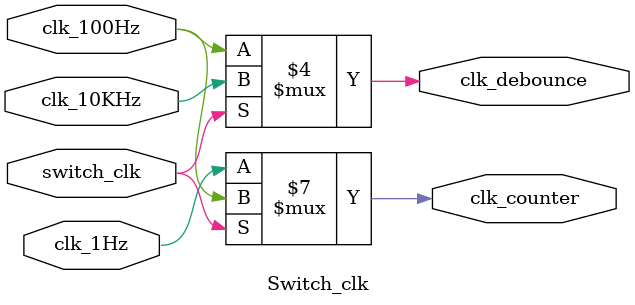
<source format=v>
`timescale 1ns / 1ps

`define CLK_FAST 1

module Switch_clk(
    input switch_clk,
    input clk_1Hz,
    input clk_100Hz,
    input clk_10KHz,
    output clk_counter,
    output clk_debounce
    );
    
    reg clk_counter, clk_debounce;
    
    always @*
        if (switch_clk == `CLK_FAST) begin
            clk_counter = clk_100Hz;
            clk_debounce = clk_10KHz; 
        end 
        else begin
            clk_counter = clk_1Hz;
            clk_debounce = clk_100Hz;
        end
endmodule

</source>
